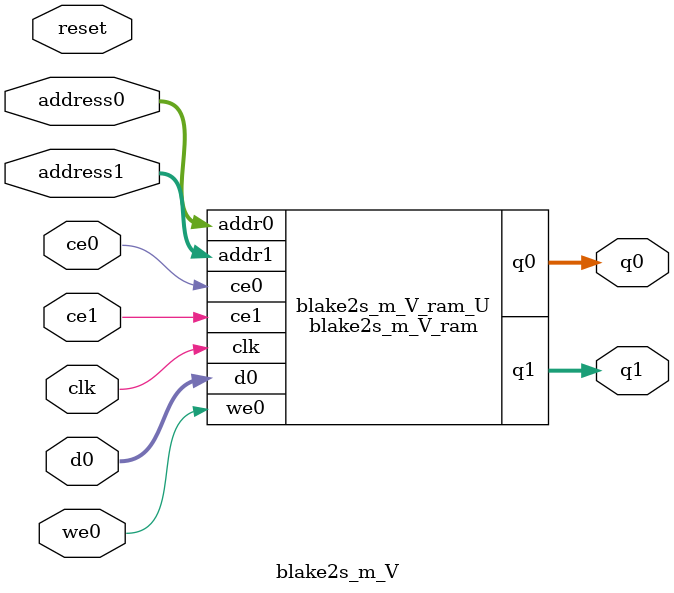
<source format=v>
`timescale 1 ns / 1 ps
module blake2s_m_V_ram (addr0, ce0, d0, we0, q0, addr1, ce1, q1,  clk);

parameter DWIDTH = 32;
parameter AWIDTH = 4;
parameter MEM_SIZE = 16;

input[AWIDTH-1:0] addr0;
input ce0;
input[DWIDTH-1:0] d0;
input we0;
output reg[DWIDTH-1:0] q0;
input[AWIDTH-1:0] addr1;
input ce1;
output reg[DWIDTH-1:0] q1;
input clk;

(* ram_style = "distributed" *)reg [DWIDTH-1:0] ram[0:MEM_SIZE-1];




always @(posedge clk)  
begin 
    if (ce0) begin
        if (we0) 
            ram[addr0] <= d0; 
        q0 <= ram[addr0];
    end
end


always @(posedge clk)  
begin 
    if (ce1) begin
        q1 <= ram[addr1];
    end
end


endmodule

`timescale 1 ns / 1 ps
module blake2s_m_V(
    reset,
    clk,
    address0,
    ce0,
    we0,
    d0,
    q0,
    address1,
    ce1,
    q1);

parameter DataWidth = 32'd32;
parameter AddressRange = 32'd16;
parameter AddressWidth = 32'd4;
input reset;
input clk;
input[AddressWidth - 1:0] address0;
input ce0;
input we0;
input[DataWidth - 1:0] d0;
output[DataWidth - 1:0] q0;
input[AddressWidth - 1:0] address1;
input ce1;
output[DataWidth - 1:0] q1;



blake2s_m_V_ram blake2s_m_V_ram_U(
    .clk( clk ),
    .addr0( address0 ),
    .ce0( ce0 ),
    .we0( we0 ),
    .d0( d0 ),
    .q0( q0 ),
    .addr1( address1 ),
    .ce1( ce1 ),
    .q1( q1 ));

endmodule


</source>
